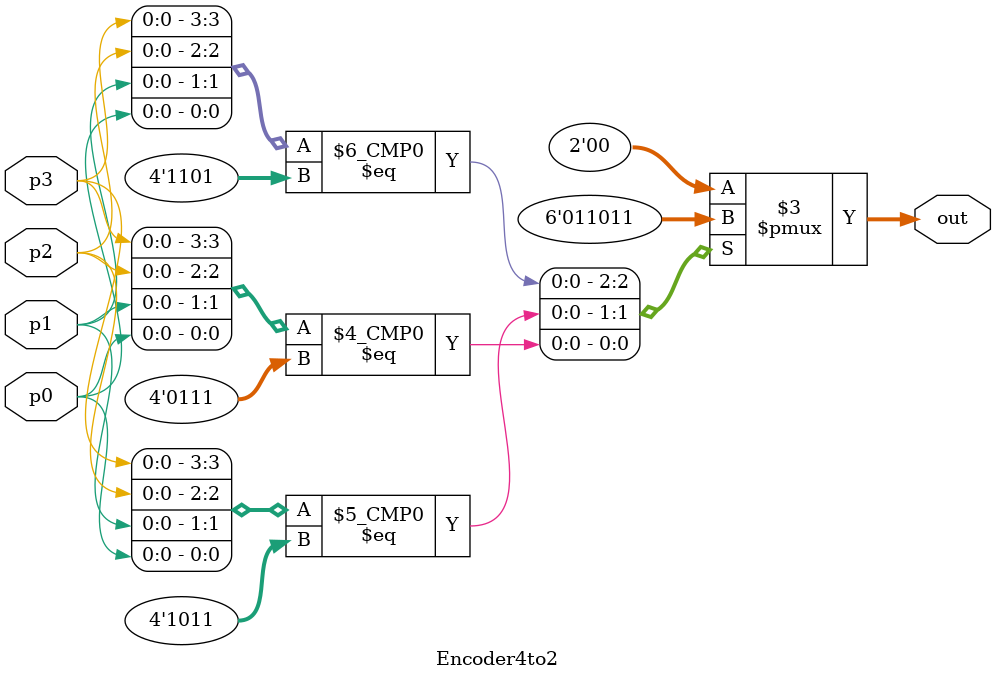
<source format=v>
module Encoder4to2(input p0, p1, p2, p3, output reg [1:0] out);

always @(*) begin
    case ({p3, p2, p1, p0})
        4'b1110: out = 2'b00;
        4'b1101: out = 2'b01;
        4'b1011: out = 2'b10;
        4'b0111: out = 2'b11;
        default: out = 2'b00; // check z or x value aswell.
    endcase
end

endmodule
</source>
